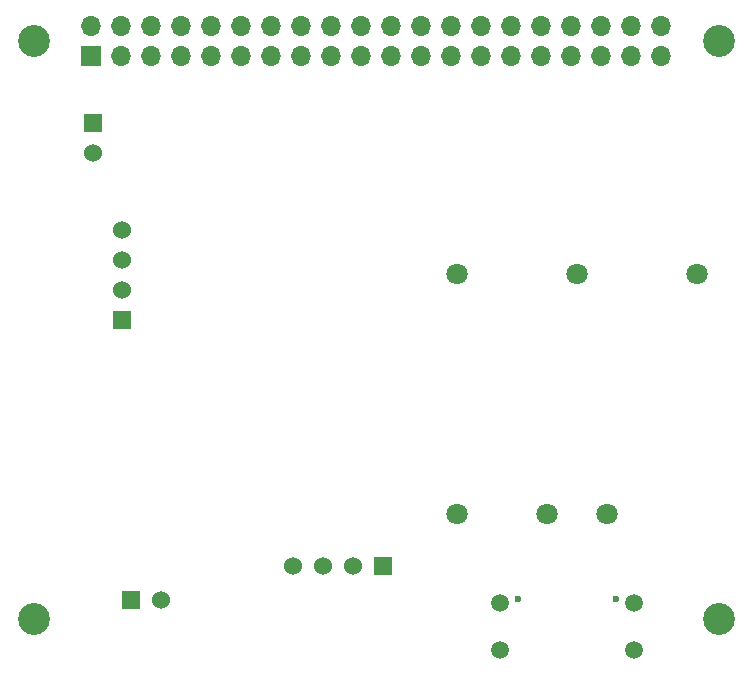
<source format=gbs>
G04 #@! TF.GenerationSoftware,KiCad,Pcbnew,8.0.2*
G04 #@! TF.CreationDate,2024-09-03T17:08:03+02:00*
G04 #@! TF.ProjectId,AMS Dongle,414d5320-446f-46e6-976c-652e6b696361,rev?*
G04 #@! TF.SameCoordinates,Original*
G04 #@! TF.FileFunction,Soldermask,Bot*
G04 #@! TF.FilePolarity,Negative*
%FSLAX46Y46*%
G04 Gerber Fmt 4.6, Leading zero omitted, Abs format (unit mm)*
G04 Created by KiCad (PCBNEW 8.0.2) date 2024-09-03 17:08:03*
%MOMM*%
%LPD*%
G01*
G04 APERTURE LIST*
%ADD10C,2.700000*%
%ADD11C,0.600000*%
%ADD12C,1.500000*%
%ADD13R,1.530000X1.530000*%
%ADD14C,1.530000*%
%ADD15C,1.800000*%
%ADD16R,1.700000X1.700000*%
%ADD17O,1.700000X1.700000*%
G04 APERTURE END LIST*
D10*
X161500000Y-47500000D03*
D11*
X144530000Y-94800000D03*
X152770000Y-94800000D03*
D12*
X143000000Y-95100000D03*
X154300000Y-95100000D03*
X143000000Y-99100000D03*
X154300000Y-99100000D03*
D13*
X111730000Y-94856500D03*
D14*
X114270000Y-94856500D03*
D13*
X111000000Y-71120000D03*
D14*
X111000000Y-68580000D03*
X111000000Y-66040000D03*
X111000000Y-63500000D03*
D10*
X103500000Y-96500000D03*
X103500000Y-47500000D03*
D13*
X133040000Y-92000000D03*
D14*
X130500000Y-92000000D03*
X127960000Y-92000000D03*
X125420000Y-92000000D03*
D15*
X152000000Y-87560000D03*
X146920000Y-87560000D03*
X159620000Y-67240000D03*
X149460000Y-67240000D03*
X139300000Y-67240000D03*
X139300000Y-87560000D03*
D13*
X108500000Y-54500000D03*
D14*
X108500000Y-57040000D03*
D10*
X161500000Y-96500000D03*
D16*
X108370000Y-48770000D03*
D17*
X108370000Y-46230000D03*
X110910000Y-48770000D03*
X110910000Y-46230000D03*
X113450000Y-48770000D03*
X113450000Y-46230000D03*
X115990000Y-48770000D03*
X115990000Y-46230000D03*
X118530000Y-48770000D03*
X118530000Y-46230000D03*
X121070000Y-48770000D03*
X121070000Y-46230000D03*
X123610000Y-48770000D03*
X123610000Y-46230000D03*
X126150000Y-48770000D03*
X126150000Y-46230000D03*
X128690000Y-48770000D03*
X128690000Y-46230000D03*
X131230000Y-48770000D03*
X131230000Y-46230000D03*
X133770000Y-48770000D03*
X133770000Y-46230000D03*
X136310000Y-48770000D03*
X136310000Y-46230000D03*
X138850000Y-48770000D03*
X138850000Y-46230000D03*
X141390000Y-48770000D03*
X141390000Y-46230000D03*
X143930000Y-48770000D03*
X143930000Y-46230000D03*
X146470000Y-48770000D03*
X146470000Y-46230000D03*
X149010000Y-48770000D03*
X149010000Y-46230000D03*
X151550000Y-48770000D03*
X151550000Y-46230000D03*
X154090000Y-48770000D03*
X154090000Y-46230000D03*
X156630000Y-48770000D03*
X156630000Y-46230000D03*
M02*

</source>
